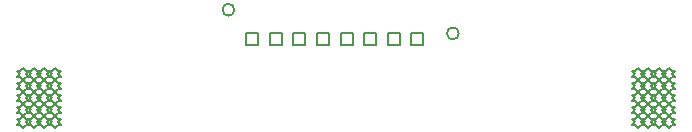
<source format=gbr>
G04*
G04 #@! TF.GenerationSoftware,Altium Limited,Altium Designer,24.3.1 (35)*
G04*
G04 Layer_Color=2752767*
%FSLAX25Y25*%
%MOIN*%
G70*
G04*
G04 #@! TF.SameCoordinates,4C6EEDD9-8573-49FE-A8EC-0E224A19D34F*
G04*
G04*
G04 #@! TF.FilePolarity,Positive*
G04*
G01*
G75*
%ADD22C,0.00500*%
%ADD23C,0.00667*%
D22*
X218472Y273590D02*
Y277590D01*
X222472D01*
Y273590D01*
X218472D01*
X163354D02*
Y277590D01*
X167354D01*
Y273590D01*
X163354D01*
X210598D02*
Y277590D01*
X214598D01*
Y273590D01*
X210598D01*
X171228D02*
Y277590D01*
X175228D01*
Y273590D01*
X171228D01*
X202724D02*
Y277590D01*
X206724D01*
Y273590D01*
X202724D01*
X179102D02*
Y277590D01*
X183102D01*
Y273590D01*
X179102D01*
X194850D02*
Y277590D01*
X198850D01*
Y273590D01*
X194850D01*
X186976D02*
Y277590D01*
X190976D01*
Y273590D01*
X186976D01*
X92587Y250000D02*
X93587Y251000D01*
X94587D01*
X93587Y252000D01*
X94587Y253000D01*
X93587D01*
X92587Y254000D01*
X91587Y253000D01*
X90587D01*
X91587Y252000D01*
X90587Y251000D01*
X91587D01*
X92587Y250000D01*
Y258000D02*
X93587Y259000D01*
X94587D01*
X93587Y260000D01*
X94587Y261000D01*
X93587D01*
X92587Y262000D01*
X91587Y261000D01*
X90587D01*
X91587Y260000D01*
X90587Y259000D01*
X91587D01*
X92587Y258000D01*
X96087Y254000D02*
X97087Y255000D01*
X98087D01*
X97087Y256000D01*
X98087Y257000D01*
X97087D01*
X96087Y258000D01*
X95087Y257000D01*
X94087D01*
X95087Y256000D01*
X94087Y255000D01*
X95087D01*
X96087Y254000D01*
X99587Y258000D02*
X100587Y259000D01*
X101587D01*
X100587Y260000D01*
X101587Y261000D01*
X100587D01*
X99587Y262000D01*
X98587Y261000D01*
X97587D01*
X98587Y260000D01*
X97587Y259000D01*
X98587D01*
X99587Y258000D01*
Y262000D02*
X100587Y263000D01*
X101587D01*
X100587Y264000D01*
X101587Y265000D01*
X100587D01*
X99587Y266000D01*
X98587Y265000D01*
X97587D01*
X98587Y264000D01*
X97587Y263000D01*
X98587D01*
X99587Y262000D01*
X89087Y258000D02*
X90087Y259000D01*
X91087D01*
X90087Y260000D01*
X91087Y261000D01*
X90087D01*
X89087Y262000D01*
X88087Y261000D01*
X87087D01*
X88087Y260000D01*
X87087Y259000D01*
X88087D01*
X89087Y258000D01*
Y250000D02*
X90087Y251000D01*
X91087D01*
X90087Y252000D01*
X91087Y253000D01*
X90087D01*
X89087Y254000D01*
X88087Y253000D01*
X87087D01*
X88087Y252000D01*
X87087Y251000D01*
X88087D01*
X89087Y250000D01*
Y246000D02*
X90087Y247000D01*
X91087D01*
X90087Y248000D01*
X91087Y249000D01*
X90087D01*
X89087Y250000D01*
X88087Y249000D01*
X87087D01*
X88087Y248000D01*
X87087Y247000D01*
X88087D01*
X89087Y246000D01*
X99587Y250000D02*
X100587Y251000D01*
X101587D01*
X100587Y252000D01*
X101587Y253000D01*
X100587D01*
X99587Y254000D01*
X98587Y253000D01*
X97587D01*
X98587Y252000D01*
X97587Y251000D01*
X98587D01*
X99587Y250000D01*
X89087Y254000D02*
X90087Y255000D01*
X91087D01*
X90087Y256000D01*
X91087Y257000D01*
X90087D01*
X89087Y258000D01*
X88087Y257000D01*
X87087D01*
X88087Y256000D01*
X87087Y255000D01*
X88087D01*
X89087Y254000D01*
X99587D02*
X100587Y255000D01*
X101587D01*
X100587Y256000D01*
X101587Y257000D01*
X100587D01*
X99587Y258000D01*
X98587Y257000D01*
X97587D01*
X98587Y256000D01*
X97587Y255000D01*
X98587D01*
X99587Y254000D01*
X96087Y258000D02*
X97087Y259000D01*
X98087D01*
X97087Y260000D01*
X98087Y261000D01*
X97087D01*
X96087Y262000D01*
X95087Y261000D01*
X94087D01*
X95087Y260000D01*
X94087Y259000D01*
X95087D01*
X96087Y258000D01*
Y250000D02*
X97087Y251000D01*
X98087D01*
X97087Y252000D01*
X98087Y253000D01*
X97087D01*
X96087Y254000D01*
X95087Y253000D01*
X94087D01*
X95087Y252000D01*
X94087Y251000D01*
X95087D01*
X96087Y250000D01*
X92587Y254000D02*
X93587Y255000D01*
X94587D01*
X93587Y256000D01*
X94587Y257000D01*
X93587D01*
X92587Y258000D01*
X91587Y257000D01*
X90587D01*
X91587Y256000D01*
X90587Y255000D01*
X91587D01*
X92587Y254000D01*
X96087Y246000D02*
X97087Y247000D01*
X98087D01*
X97087Y248000D01*
X98087Y249000D01*
X97087D01*
X96087Y250000D01*
X95087Y249000D01*
X94087D01*
X95087Y248000D01*
X94087Y247000D01*
X95087D01*
X96087Y246000D01*
X92587D02*
X93587Y247000D01*
X94587D01*
X93587Y248000D01*
X94587Y249000D01*
X93587D01*
X92587Y250000D01*
X91587Y249000D01*
X90587D01*
X91587Y248000D01*
X90587Y247000D01*
X91587D01*
X92587Y246000D01*
X99587D02*
X100587Y247000D01*
X101587D01*
X100587Y248000D01*
X101587Y249000D01*
X100587D01*
X99587Y250000D01*
X98587Y249000D01*
X97587D01*
X98587Y248000D01*
X97587Y247000D01*
X98587D01*
X99587Y246000D01*
X89087Y262000D02*
X90087Y263000D01*
X91087D01*
X90087Y264000D01*
X91087Y265000D01*
X90087D01*
X89087Y266000D01*
X88087Y265000D01*
X87087D01*
X88087Y264000D01*
X87087Y263000D01*
X88087D01*
X89087Y262000D01*
X92587D02*
X93587Y263000D01*
X94587D01*
X93587Y264000D01*
X94587Y265000D01*
X93587D01*
X92587Y266000D01*
X91587Y265000D01*
X90587D01*
X91587Y264000D01*
X90587Y263000D01*
X91587D01*
X92587Y262000D01*
X96087D02*
X97087Y263000D01*
X98087D01*
X97087Y264000D01*
X98087Y265000D01*
X97087D01*
X96087Y266000D01*
X95087Y265000D01*
X94087D01*
X95087Y264000D01*
X94087Y263000D01*
X95087D01*
X96087Y262000D01*
X304413D02*
X305413Y263000D01*
X306413D01*
X305413Y264000D01*
X306413Y265000D01*
X305413D01*
X304413Y266000D01*
X303413Y265000D01*
X302413D01*
X303413Y264000D01*
X302413Y263000D01*
X303413D01*
X304413Y262000D01*
X293913Y258000D02*
X294913Y259000D01*
X295913D01*
X294913Y260000D01*
X295913Y261000D01*
X294913D01*
X293913Y262000D01*
X292913Y261000D01*
X291913D01*
X292913Y260000D01*
X291913Y259000D01*
X292913D01*
X293913Y258000D01*
Y250000D02*
X294913Y251000D01*
X295913D01*
X294913Y252000D01*
X295913Y253000D01*
X294913D01*
X293913Y254000D01*
X292913Y253000D01*
X291913D01*
X292913Y252000D01*
X291913Y251000D01*
X292913D01*
X293913Y250000D01*
X304413Y246000D02*
X305413Y247000D01*
X306413D01*
X305413Y248000D01*
X306413Y249000D01*
X305413D01*
X304413Y250000D01*
X303413Y249000D01*
X302413D01*
X303413Y248000D01*
X302413Y247000D01*
X303413D01*
X304413Y246000D01*
X293913D02*
X294913Y247000D01*
X295913D01*
X294913Y248000D01*
X295913Y249000D01*
X294913D01*
X293913Y250000D01*
X292913Y249000D01*
X291913D01*
X292913Y248000D01*
X291913Y247000D01*
X292913D01*
X293913Y246000D01*
X304413Y250000D02*
X305413Y251000D01*
X306413D01*
X305413Y252000D01*
X306413Y253000D01*
X305413D01*
X304413Y254000D01*
X303413Y253000D01*
X302413D01*
X303413Y252000D01*
X302413Y251000D01*
X303413D01*
X304413Y250000D01*
X293913Y254000D02*
X294913Y255000D01*
X295913D01*
X294913Y256000D01*
X295913Y257000D01*
X294913D01*
X293913Y258000D01*
X292913Y257000D01*
X291913D01*
X292913Y256000D01*
X291913Y255000D01*
X292913D01*
X293913Y254000D01*
X304413D02*
X305413Y255000D01*
X306413D01*
X305413Y256000D01*
X306413Y257000D01*
X305413D01*
X304413Y258000D01*
X303413Y257000D01*
X302413D01*
X303413Y256000D01*
X302413Y255000D01*
X303413D01*
X304413Y254000D01*
X300913Y258000D02*
X301913Y259000D01*
X302913D01*
X301913Y260000D01*
X302913Y261000D01*
X301913D01*
X300913Y262000D01*
X299913Y261000D01*
X298913D01*
X299913Y260000D01*
X298913Y259000D01*
X299913D01*
X300913Y258000D01*
Y250000D02*
X301913Y251000D01*
X302913D01*
X301913Y252000D01*
X302913Y253000D01*
X301913D01*
X300913Y254000D01*
X299913Y253000D01*
X298913D01*
X299913Y252000D01*
X298913Y251000D01*
X299913D01*
X300913Y250000D01*
X297413Y254000D02*
X298413Y255000D01*
X299413D01*
X298413Y256000D01*
X299413Y257000D01*
X298413D01*
X297413Y258000D01*
X296413Y257000D01*
X295413D01*
X296413Y256000D01*
X295413Y255000D01*
X296413D01*
X297413Y254000D01*
X304413Y258000D02*
X305413Y259000D01*
X306413D01*
X305413Y260000D01*
X306413Y261000D01*
X305413D01*
X304413Y262000D01*
X303413Y261000D01*
X302413D01*
X303413Y260000D01*
X302413Y259000D01*
X303413D01*
X304413Y258000D01*
X300913Y246000D02*
X301913Y247000D01*
X302913D01*
X301913Y248000D01*
X302913Y249000D01*
X301913D01*
X300913Y250000D01*
X299913Y249000D01*
X298913D01*
X299913Y248000D01*
X298913Y247000D01*
X299913D01*
X300913Y246000D01*
X297413Y250000D02*
X298413Y251000D01*
X299413D01*
X298413Y252000D01*
X299413Y253000D01*
X298413D01*
X297413Y254000D01*
X296413Y253000D01*
X295413D01*
X296413Y252000D01*
X295413Y251000D01*
X296413D01*
X297413Y250000D01*
Y258000D02*
X298413Y259000D01*
X299413D01*
X298413Y260000D01*
X299413Y261000D01*
X298413D01*
X297413Y262000D01*
X296413Y261000D01*
X295413D01*
X296413Y260000D01*
X295413Y259000D01*
X296413D01*
X297413Y258000D01*
X300913Y254000D02*
X301913Y255000D01*
X302913D01*
X301913Y256000D01*
X302913Y257000D01*
X301913D01*
X300913Y258000D01*
X299913Y257000D01*
X298913D01*
X299913Y256000D01*
X298913Y255000D01*
X299913D01*
X300913Y254000D01*
X297413Y246000D02*
X298413Y247000D01*
X299413D01*
X298413Y248000D01*
X299413Y249000D01*
X298413D01*
X297413Y250000D01*
X296413Y249000D01*
X295413D01*
X296413Y248000D01*
X295413Y247000D01*
X296413D01*
X297413Y246000D01*
X293913Y262000D02*
X294913Y263000D01*
X295913D01*
X294913Y264000D01*
X295913Y265000D01*
X294913D01*
X293913Y266000D01*
X292913Y265000D01*
X291913D01*
X292913Y264000D01*
X291913Y263000D01*
X292913D01*
X293913Y262000D01*
X297413D02*
X298413Y263000D01*
X299413D01*
X298413Y264000D01*
X299413Y265000D01*
X298413D01*
X297413Y266000D01*
X296413Y265000D01*
X295413D01*
X296413Y264000D01*
X295413Y263000D01*
X296413D01*
X297413Y262000D01*
X300913D02*
X301913Y263000D01*
X302913D01*
X301913Y264000D01*
X302913Y265000D01*
X301913D01*
X300913Y266000D01*
X299913Y265000D01*
X298913D01*
X299913Y264000D01*
X298913Y263000D01*
X299913D01*
X300913Y262000D01*
D23*
X159480Y285433D02*
G03*
X159480Y285433I-2000J0D01*
G01*
X234283Y277559D02*
G03*
X234283Y277559I-2000J0D01*
G01*
M02*

</source>
